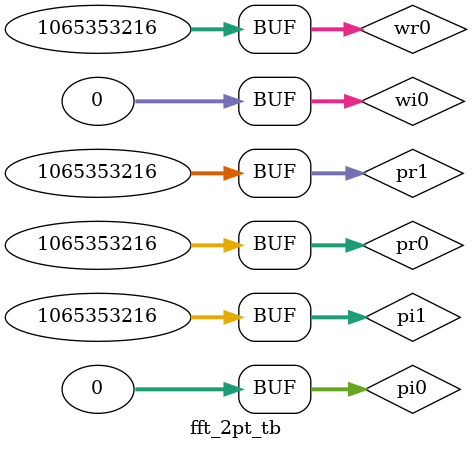
<source format=v>
`timescale 1ns / 1ps

module fp_multiplier (
    input  [31:0] a,
    input  [31:0] b,
    output        exception,
    output        overflow,
    output        underflow,
    output [31:0] result
);
    wire temp;
    wire sign;
    wire [7:0] exp_a, exp_b;
    wire [23:0] mant_a, mant_b;
    wire [47:0] mant_mult;
    wire [7:0] exp_sum, exp_final;
    wire [22:0] mantissa_out;
    wire [47:0] mant_norm;
    wire guard, round, sticky;
    wire [24:0] rounded_mantissa;
    wire exp_carry;
    assign temp = (a == 0 | b == 0);
    assign sign = a[31] ^ b[31];
    assign exp_a = a[30:23];
    assign exp_b = b[30:23];
    assign mant_a = (exp_a == 8'd0) ? {1'b0, a[22:0]} : {1'b1, a[22:0]};
    assign mant_b = (exp_b == 8'd0) ? {1'b0, b[22:0]} : {1'b1, b[22:0]};
    assign mant_mult = mant_a * mant_b;
    assign exp_sum = exp_a + exp_b - 8'd127;
    assign mant_norm = mant_mult[47] ? mant_mult : mant_mult << 1;
    wire [7:0] exp_adjust = mant_mult[47] ? 8'd1 : 8'd0;
    assign exp_final = exp_sum + exp_adjust;
    assign guard  = mant_norm[23];
    assign round  = mant_norm[22];
    assign sticky = |mant_norm[21:0];
    wire round_bit = guard & (round | sticky | mant_norm[24]);
    assign rounded_mantissa = {1'b0, mant_norm[46:24]} + round_bit;
    assign mantissa_out = rounded_mantissa[24] ? rounded_mantissa[23:1] : rounded_mantissa[22:0];
    assign exp_carry = rounded_mantissa[24];
    wire [7:0] final_exponent = exp_final + exp_carry;
    assign exception = (&exp_a) | (&exp_b) | temp ; 
    assign overflow  = (final_exponent >= 8'hFF);
    assign underflow = (final_exponent <= 8'd0);
    assign result = exception ? 32'h00000000 :
                    overflow  ? {sign, 8'hFF, 23'd0} :
                    underflow ? {sign, 31'd0} :
                    {sign, final_exponent, mantissa_out};
endmodule
module priority_encoder(
			input [24:0] significand,
			input [7:0] Exponent_a,
			output reg [24:0] Significand,
			output [7:0] Exponent_sub
			);

reg [4:0] shift;
always @(significand)
begin
casex (significand)
25'b1_1xxx_xxxx_xxxx_xxxx_xxxx_xxxx :	begin
Significand = significand;
shift = 5'd0;
end
25'b1_01xx_xxxx_xxxx_xxxx_xxxx_xxxx : 	begin
Significand = significand << 1;
shift = 5'd1;
end
25'b1_001x_xxxx_xxxx_xxxx_xxxx_xxxx : 	begin
Significand = significand << 2;
shift = 5'd2;
end
25'b1_0001_xxxx_xxxx_xxxx_xxxx_xxxx : 	begin
Significand = significand << 3;
shift = 5'd3;
end
25'b1_0000_1xxx_xxxx_xxxx_xxxx_xxxx : 	begin
Significand = significand << 4;
shift = 5'd4;
end

25'b1_0000_01xx_xxxx_xxxx_xxxx_xxxx : 	begin
Significand = significand << 5;
shift = 5'd5;
end
25'b1_0000_001x_xxxx_xxxx_xxxx_xxxx : 	begin// 24'h020000
Significand = significand << 6;
shift = 5'd6;
end
25'b1_0000_0001_xxxx_xxxx_xxxx_xxxx : 	begin//24'h010000
Significand = significand << 7;
shift = 5'd7;
end
25'b1_0000_0000_1xxx_xxxx_xxxx_xxxx : 	begin// 24'h008000
Significand = significand << 8;
shift = 5'd8;
end
25'b1_0000_0000_01xx_xxxx_xxxx_xxxx : 	begin// 24'h004000
Significand = significand << 9;
shift = 5'd9;
end
25'b1_0000_0000_001x_xxxx_xxxx_xxxx : 	begin	// 24'h002000
Significand = significand << 10;
shift = 5'd10;
end
25'b1_0000_0000_0001_xxxx_xxxx_xxxx : 	begin// 24'h001000
Significand = significand << 11;
shift = 5'd11;
end
25'b1_0000_0000_0000_1xxx_xxxx_xxxx : 	begin// 24'h000800
Significand = significand << 12;
shift = 5'd12;
end
25'b1_0000_0000_0000_01xx_xxxx_xxxx : 	begin// 24'h000400
Significand = significand << 13;
shift = 5'd13;
end
25'b1_0000_0000_0000_001x_xxxx_xxxx : 	begin// 24'h000200
Significand = significand << 14;
shift = 5'd14;
end
25'b1_0000_0000_0000_0001_xxxx_xxxx  : 	begin
Significand = significand << 15; shift = 5'd15;
end
25'b1_0000_0000_0000_0000_1xxx_xxxx : 	begin// 24'h000080
Significand = significand << 16;
shift = 5'd16;
end
25'b1_0000_0000_0000_0000_01xx_xxxx : 	begin// 24'h000040
Significand = significand << 17;
shift = 5'd17;
end
25'b1_0000_0000_0000_0000_001x_xxxx : 	begin// 24'h000020
Significand = significand << 18;
shift = 5'd18;
end
25'b1_0000_0000_0000_0000_0001_xxxx : 	begin// 24'h000010
Significand = significand << 19;
shift = 5'd19;
end
25'b1_0000_0000_0000_0000_0000_1xxx :	begin// 24'h000008
Significand = significand << 20;
shift = 5'd20;
end
25'b1_0000_0000_0000_0000_0000_01xx : 	begin// 24'h000004
Significand = significand << 21;
shift = 5'd21;
end
25'b1_0000_0000_0000_0000_0000_001x : 	begin// 24'h000002
Significand = significand << 22;
shift = 5'd22;
end
25'b1_0000_0000_0000_0000_0000_0001 : 	begin// 24'h000001
Significand = significand << 23;
shift = 5'd23;
end
25'b1_0000_0000_0000_0000_0000_0000 : 	begin// 24'h000000
Significand = significand << 24;
shift = 5'd24;
end
default : 	begin
Significand = (~significand) + 1'b1;
shift = 8'd0;
end
endcase
end
assign Exponent_sub = Exponent_a - shift;
endmodule

module Addition_Subtraction(
input [31:0] a_operand,b_operand, 
input AddBar_Sub,	
output Exception,
output [31:0] result 
);
wire operation_sub_addBar;
wire Comp_enable;
wire output_sign;
wire [31:0] operand_a,operand_b;
wire [23:0] significand_a,significand_b;
wire [7:0] exponent_diff;
wire [23:0] significand_b_add_sub;
wire [7:0] exponent_b_add_sub;
wire [24:0] significand_add;
wire [30:0] add_sum;
wire [23:0] significand_sub_complement;
wire [24:0] significand_sub;
wire [30:0] sub_diff;
wire [24:0] subtraction_diff; 
wire [7:0] exponent_sub;
assign {Comp_enable,operand_a,operand_b} = (a_operand[30:0] < b_operand[30:0]) ? {1'b1,b_operand,a_operand} : {1'b0,a_operand,b_operand};
assign exp_a = operand_a[30:23];
assign exp_b = operand_b[30:23];
assign Exception = (&operand_a[30:23]) | (&operand_b[30:23]);
assign output_sign = AddBar_Sub ? Comp_enable ? !operand_a[31] : operand_a[31] : operand_a[31] ;
assign operation_sub_addBar = AddBar_Sub ? operand_a[31] ^ operand_b[31] : ~(operand_a[31] ^ operand_b[31]);
assign significand_a = (|operand_a[30:23]) ? {1'b1,operand_a[22:0]} : {1'b0,operand_a[22:0]};
assign significand_b = (|operand_b[30:23]) ? {1'b1,operand_b[22:0]} : {1'b0,operand_b[22:0]};
assign exponent_diff = operand_a[30:23] - operand_b[30:23];
assign significand_b_add_sub = significand_b >> exponent_diff;
assign exponent_b_add_sub = operand_b[30:23] + exponent_diff; 
assign perform = (operand_a[30:23] == exponent_b_add_sub);
assign significand_add = (perform & operation_sub_addBar) ? (significand_a + significand_b_add_sub) : 25'd0; 
assign add_sum[22:0] = significand_add[24] ? significand_add[23:1] : significand_add[22:0];
assign add_sum[30:23] = significand_add[24] ? (1'b1 + operand_a[30:23]) : operand_a[30:23];
assign significand_sub_complement = (perform & !operation_sub_addBar) ? ~(significand_b_add_sub) + 24'd1 : 24'd0 ; 
assign significand_sub = perform ? (significand_a + significand_sub_complement) : 25'd0;
priority_encoder pe(significand_sub,operand_a[30:23],subtraction_diff,exponent_sub);
assign sub_diff[30:23] = exponent_sub;
assign sub_diff[22:0] = subtraction_diff[22:0];
assign result = Exception ? 32'b0 : ((!operation_sub_addBar) ? {output_sign,sub_diff} : {output_sign,add_sum});
endmodule
module fft_2pt(
input [31:0]a1, b1, a0, b0, wr, wi,
output [31:0]z1r, z1i, z0r, z0i
    );
wire [31:0]xr, xi;
wire exc1,exc2,exc3,exc4,exc5,exc6;
Addition_Subtraction fa1(a0,a1,1'b0,exc1,z0r);
Addition_Subtraction fa2(b0,b1,1'b0,exc2,z0i);
Addition_Subtraction fs1(a0,a1,1'b1,exc3,xr);
Addition_Subtraction fs2(b0,b1,1'b1,exc4,xi);
wire [4:1]e, u, o;
wire [31:0] y [4:1]; 
fp_multiplier m1(xr, wr, e[1], u[1], o[1], y[1]);
fp_multiplier m2(xr, wi, e[2], u[2], o[2], y[2]);
fp_multiplier m3(xi, wr, e[3], u[3], o[3], y[3]);
fp_multiplier m4(xi, wi, e[4], u[4], o[4], y[4]);
Addition_Subtraction fs3(y[1],y[4],1,exc5,z1r);
Addition_Subtraction fs4(y[2],y[3],0,exc6,z1i);
endmodule
module fft_4pt(
input [31:0]pr1, pi1, pr0, pi0,pr2, pi2, pr3, pi3, wr1, wi1, wr0, wi0,
output [31:0]z1r, z1i, z0r, z0i, z2r, z2i, z3r, z3i);
wire [31:0] q0r, q0i, q1r, q1i, q2r, q2i, q3r, q3i;
fft_2pt f2_1(pr2, pi2, pr0, pi0, wr0, wi0, q2r, q2i, q0r, q0i);
fft_2pt f2_2(pr3, pi3, pr1, pi1, wr1, wi1, q3r, q3i, q1r, q1i);
fft_2pt f2_3(q1r, q1i, q0r, q0i, wr0, wi0, z0r, z0i, z1r, z1i);
fft_2pt f2_4(q3r, q3i, q2r, q2i, wr0, wi0, z2r, z2i, z3r, z3i);
endmodule
module fft_4pt_tb;
reg [31:0]pr1, pi1, pr0, pi0,pr2, pi2, pr3, pi3, wr1, wi1, wr0, wi0;
wire [31:0]z1r, z1i, z0r, z0i, z2r, z2i, z3r, z3i;
fft_4pt f41(pr1, pi1, pr0, pi0, pr2, pi2, pr3, pi3, wr1, wi1, wr0, wi0, z1r, z1i, z0r, z0i, z2r, z2i, z3r, z3i);
initial
begin
pr0 = 32'b00111111100000000000000000000000;
pi0 = 32'b0;
pr1 = 32'b0;
pi1 = 32'b0;
pr2 = 32'b10111111100000000000000000000000;
pi2 = 32'b0;
pr3 = 32'b0;
pi3 = 32'b0;
wr0 = 32'b00111111100000000000000000000000;
wi0 = 32'b0;
wr1 = 32'b0;
wi1 = 32'b10111111100000000000000000000000;
end
endmodule
module fft_2pt_tb;
reg [31:0]pr1, pi1, pr0, pi0,wr0,wi0;
wire [31:0]z1r, z1i, z0r, z0i,something;
wire exc;
fft_2pt f2_tb(pr1, pi1, pr0, pi0, wr0, wi0, z1r, z1i, z0r, z0i);
Addition_Subtraction a1(pr0,pr1,1'b1,exc,something); 
initial
begin
pr0 = 32'b00111111100000000000000000000000;
pi0 = 32'b0;
pr1 = 32'b00111111100000000000000000000000;
pi1 = 32'b00111111100000000000000000000000;
wr0 = 32'b00111111100000000000000000000000;
wi0 = 32'b0;
end
endmodule

</source>
